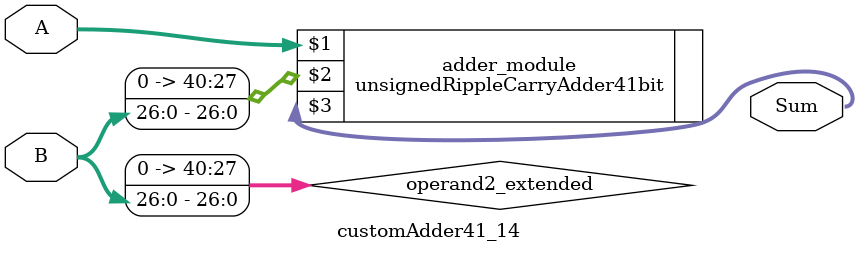
<source format=v>
module customAdder41_14(
                        input [40 : 0] A,
                        input [26 : 0] B,
                        
                        output [41 : 0] Sum
                );

        wire [40 : 0] operand2_extended;
        
        assign operand2_extended =  {14'b0, B};
        
        unsignedRippleCarryAdder41bit adder_module(
            A,
            operand2_extended,
            Sum
        );
        
        endmodule
        
</source>
